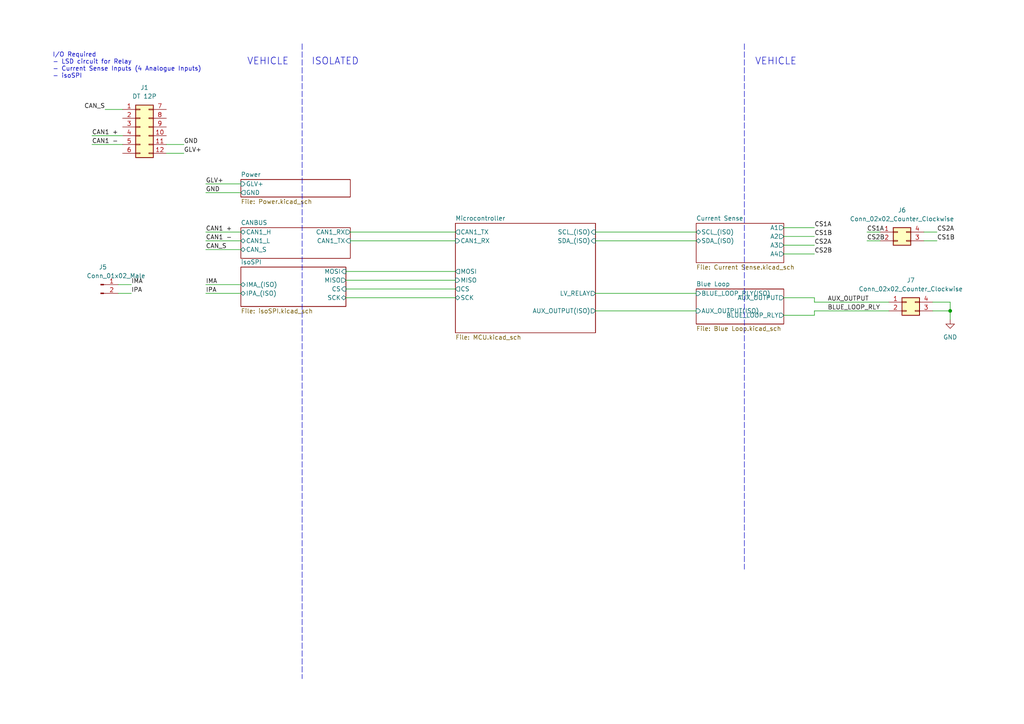
<source format=kicad_sch>
(kicad_sch (version 20211123) (generator eeschema)
  (paper "A4")
  (lib_symbols
    (symbol "Connector:Conn_01x02_Male" (pin_names (offset 1.016) hide)
      (property "Reference" "J" (at 0 2.54 0))
      (property "Value" "Conn_01x02_Male" (at 0 -5.08 0))
      (symbol "Conn_01x02_Male_1_1"
        (polyline (pts (xy 1.27 -2.54) (xy 0.8636 -2.54)) (stroke (width 0.1524)))
        (polyline (pts (xy 1.27 0) (xy 0.8636 0)) (stroke (width 0.1524)))
        (rectangle (start 0.8636 -2.413) (end 0 -2.667) (stroke (width 0.1524)) (fill (type outline)))
        (rectangle (start 0.8636 0.127) (end 0 -0.127) (stroke (width 0.1524)) (fill (type outline)))
        (pin passive line (at 5.08 0 180) (length 3.81) (name "Pin_1") (number "1"))
        (pin passive line (at 5.08 -2.54 180) (length 3.81) (name "Pin_2") (number "2"))
      )
    )
    (symbol "Connector_Generic:Conn_02x02_Counter_Clockwise" (pin_names (offset 1.016) hide)
      (property "Reference" "J" (at 1.27 2.54 0))
      (property "Value" "Conn_02x02_Counter_Clockwise" (at 1.27 -5.08 0))
      (symbol "Conn_02x02_Counter_Clockwise_1_1"
        (rectangle (start -1.27 -2.413) (end 0 -2.667) (stroke (width 0.1524)))
        (rectangle (start -1.27 0.127) (end 0 -0.127) (stroke (width 0.1524)))
        (rectangle (start -1.27 1.27) (end 3.81 -3.81) (stroke (width 0.254)) (fill (type background)))
        (rectangle (start 3.81 -2.413) (end 2.54 -2.667) (stroke (width 0.1524)))
        (rectangle (start 3.81 0.127) (end 2.54 -0.127) (stroke (width 0.1524)))
        (pin passive line (at -5.08 0 0) (length 3.81) (name "Pin_1") (number "1"))
        (pin passive line (at -5.08 -2.54 0) (length 3.81) (name "Pin_2") (number "2"))
        (pin passive line (at 7.62 -2.54 180) (length 3.81) (name "Pin_3") (number "3"))
        (pin passive line (at 7.62 0 180) (length 3.81) (name "Pin_4") (number "4"))
      )
    )
    (symbol "Connector_Generic:Conn_02x06_Top_Bottom" (pin_names (offset 1.016) hide)
      (property "Reference" "J" (at 1.27 7.62 0))
      (property "Value" "Conn_02x06_Top_Bottom" (at 1.27 -10.16 0))
      (symbol "Conn_02x06_Top_Bottom_1_1"
        (rectangle (start -1.27 -7.493) (end 0 -7.747) (stroke (width 0.1524)))
        (rectangle (start -1.27 -4.953) (end 0 -5.207) (stroke (width 0.1524)))
        (rectangle (start -1.27 -2.413) (end 0 -2.667) (stroke (width 0.1524)))
        (rectangle (start -1.27 0.127) (end 0 -0.127) (stroke (width 0.1524)))
        (rectangle (start -1.27 2.667) (end 0 2.413) (stroke (width 0.1524)))
        (rectangle (start -1.27 5.207) (end 0 4.953) (stroke (width 0.1524)))
        (rectangle (start -1.27 6.35) (end 3.81 -8.89) (stroke (width 0.254)) (fill (type background)))
        (rectangle (start 3.81 -7.493) (end 2.54 -7.747) (stroke (width 0.1524)))
        (rectangle (start 3.81 -4.953) (end 2.54 -5.207) (stroke (width 0.1524)))
        (rectangle (start 3.81 -2.413) (end 2.54 -2.667) (stroke (width 0.1524)))
        (rectangle (start 3.81 0.127) (end 2.54 -0.127) (stroke (width 0.1524)))
        (rectangle (start 3.81 2.667) (end 2.54 2.413) (stroke (width 0.1524)))
        (rectangle (start 3.81 5.207) (end 2.54 4.953) (stroke (width 0.1524)))
        (pin passive line (at -5.08 5.08 0) (length 3.81) (name "Pin_1") (number "1"))
        (pin passive line (at 7.62 -2.54 180) (length 3.81) (name "Pin_10") (number "10"))
        (pin passive line (at 7.62 -5.08 180) (length 3.81) (name "Pin_11") (number "11"))
        (pin passive line (at 7.62 -7.62 180) (length 3.81) (name "Pin_12") (number "12"))
        (pin passive line (at -5.08 2.54 0) (length 3.81) (name "Pin_2") (number "2"))
        (pin passive line (at -5.08 0 0) (length 3.81) (name "Pin_3") (number "3"))
        (pin passive line (at -5.08 -2.54 0) (length 3.81) (name "Pin_4") (number "4"))
        (pin passive line (at -5.08 -5.08 0) (length 3.81) (name "Pin_5") (number "5"))
        (pin passive line (at -5.08 -7.62 0) (length 3.81) (name "Pin_6") (number "6"))
        (pin passive line (at 7.62 5.08 180) (length 3.81) (name "Pin_7") (number "7"))
        (pin passive line (at 7.62 2.54 180) (length 3.81) (name "Pin_8") (number "8"))
        (pin passive line (at 7.62 0 180) (length 3.81) (name "Pin_9") (number "9"))
      )
    )
    (symbol "Custom Power:GND" (power) (pin_names (offset 0))
      (property "Value" "GND" (at 0 -3.81 0))
      (symbol "GND_0_1"
        (polyline (pts (xy 0 0) (xy 0 -1.27) (xy 1.27 -1.27) (xy 0 -2.54) (xy -1.27 -1.27) (xy 0 -1.27)))
      )
      (symbol "GND_1_1"
        (pin power_in line (at 0 0 270) (length 0) hide (name "GND") (number "1"))
      )
    )
  )
  (junction (at 275.59 90.17))
  (wire (pts (xy 267.97 69.85) (xy 271.78 69.85)))
  (wire (pts (xy 26.67 41.91) (xy 35.56 41.91)))
  (wire (pts (xy 172.72 69.85) (xy 201.93 69.85)))
  (wire (pts (xy 59.69 55.88) (xy 69.85 55.88)))
  (wire (pts (xy 236.22 90.17) (xy 257.81 90.17)))
  (wire (pts (xy 100.33 86.36) (xy 132.08 86.36)))
  (wire (pts (xy 30.48 31.75) (xy 35.56 31.75)))
  (wire (pts (xy 236.22 87.63) (xy 257.81 87.63)))
  (wire (pts (xy 227.33 66.04) (xy 236.22 66.04)))
  (wire (pts (xy 227.33 71.12) (xy 236.22 71.12)))
  (wire (pts (xy 270.51 87.63) (xy 275.59 87.63)))
  (wire (pts (xy 48.26 41.91) (xy 53.34 41.91)))
  (wire (pts (xy 275.59 87.63) (xy 275.59 90.17)))
  (wire (pts (xy 172.72 90.17) (xy 201.93 90.17)))
  (wire (pts (xy 59.69 85.09) (xy 69.85 85.09)))
  (wire (pts (xy 251.46 69.85) (xy 255.27 69.85)))
  (wire (pts (xy 267.97 67.31) (xy 271.78 67.31)))
  (wire (pts (xy 227.33 91.44) (xy 236.22 91.44)))
  (wire (pts (xy 172.72 67.31) (xy 201.93 67.31)))
  (wire (pts (xy 236.22 87.63) (xy 236.22 86.36)))
  (wire (pts (xy 251.46 67.31) (xy 255.27 67.31)))
  (polyline (pts (xy 215.9 12.7) (xy 215.9 165.1)))
  (wire (pts (xy 100.33 78.74) (xy 132.08 78.74)))
  (wire (pts (xy 227.33 73.66) (xy 236.22 73.66)))
  (polyline (pts (xy 87.63 12.7) (xy 87.63 196.85)))
  (wire (pts (xy 275.59 90.17) (xy 275.59 92.71)))
  (wire (pts (xy 101.6 67.31) (xy 132.08 67.31)))
  (wire (pts (xy 59.69 82.55) (xy 69.85 82.55)))
  (wire (pts (xy 227.33 68.58) (xy 236.22 68.58)))
  (wire (pts (xy 100.33 83.82) (xy 132.08 83.82)))
  (wire (pts (xy 38.1 82.55) (xy 34.29 82.55)))
  (wire (pts (xy 59.69 53.34) (xy 69.85 53.34)))
  (wire (pts (xy 59.69 72.39) (xy 69.85 72.39)))
  (wire (pts (xy 172.72 85.09) (xy 201.93 85.09)))
  (wire (pts (xy 236.22 91.44) (xy 236.22 90.17)))
  (wire (pts (xy 26.67 39.37) (xy 35.56 39.37)))
  (wire (pts (xy 38.1 85.09) (xy 34.29 85.09)))
  (wire (pts (xy 100.33 81.28) (xy 132.08 81.28)))
  (wire (pts (xy 236.22 86.36) (xy 227.33 86.36)))
  (wire (pts (xy 101.6 69.85) (xy 132.08 69.85)))
  (wire (pts (xy 59.69 69.85) (xy 69.85 69.85)))
  (wire (pts (xy 270.51 90.17) (xy 275.59 90.17)))
  (wire (pts (xy 59.69 67.31) (xy 69.85 67.31)))
  (wire (pts (xy 48.26 44.45) (xy 53.34 44.45)))
  (text "I/O Required\n- LSD circuit for Relay\n- Current Sense Inputs (4 Analogue Inputs)\n- isoSPI" (at 15.24 22.86 0) (effects (font (size 1.27 1.27)) (justify left bottom)))
  (text "VEHICLE" (at 83.82 19.05 180) (effects (font (size 2 2)) (justify right bottom)))
  (text "VEHICLE" (at 231.14 19.05 180) (effects (font (size 2 2)) (justify right bottom)))
  (text "ISOLATED" (at 104.14 19.05 180) (effects (font (size 2 2)) (justify right bottom)))
  (label "CS2B" (at 236.22 73.66 0))
  (label "CS1B" (at 236.22 68.58 0))
  (label "CS2A" (at 236.22 71.12 0))
  (label "AUX_OUTPUT" (at 240.03 87.63 0))
  (label "BLUE_LOOP_RLY" (at 240.03 90.17 0))
  (label "CS1A" (at 236.22 66.04 0))
  (label "IPA" (at 38.1 85.09 0))
  (label "IMA" (at 59.69 82.55 0))
  (label "IMA" (at 38.1 82.55 0))
  (label "CAN_S" (at 30.48 31.75 180))
  (label "GLV+" (at 59.69 53.34 0))
  (label "CS1A" (at 251.46 67.31 0))
  (label "CAN1 -" (at 59.69 69.85 0))
  (label "CS2B" (at 251.46 69.85 0))
  (label "CS2A" (at 271.78 67.31 0))
  (label "CS1B" (at 271.78 69.85 0))
  (label "CAN_S" (at 59.69 72.39 0))
  (label "GND" (at 53.34 41.91 0))
  (label "CAN1 +" (at 59.69 67.31 0))
  (label "CAN1 -" (at 26.67 41.91 0))
  (label "IPA" (at 59.69 85.09 0))
  (label "GND" (at 59.69 55.88 0))
  (label "CAN1 +" (at 26.67 39.37 0))
  (label "GLV+" (at 53.34 44.45 0))
  (symbol (lib_id "Connector_Generic:Conn_02x02_Counter_Clockwise") (at 262.89 87.63 0) (unit 1)
    (property "Reference" "J7" (at 264.16 81.28 0))
    (property "Value" "Conn_02x02_Counter_Clockwise" (at 264.16 83.82 0))
    (property "Footprint" "Connector_Molex:Molex_Mini-Fit_Jr_5566-04A_2x02_P4.20mm_Vertical" (effects hide))
  )
  (symbol (lib_id "Connector_Generic:Conn_02x02_Counter_Clockwise") (at 260.35 67.31 0) (unit 1)
    (property "Reference" "J6" (at 261.62 60.96 0))
    (property "Value" "Conn_02x02_Counter_Clockwise" (at 261.62 63.5 0))
    (property "Footprint" "Connector_Molex:Molex_Mini-Fit_Jr_5566-04A_2x02_P4.20mm_Vertical" (effects hide))
  )
  (symbol (lib_id "Connector_Generic:Conn_02x06_Top_Bottom") (at 40.64 36.83 0) (unit 1)
    (property "Reference" "J1" (at 41.91 25.4 0))
    (property "Value" "DT 12P" (at 41.91 27.94 0))
    (property "Footprint" "BMS_Library:DT12-PCB PIN" (effects hide))
  )
  (symbol (lib_id "Connector:Conn_01x02_Male") (at 29.21 82.55 0) (unit 1)
    (property "Reference" "J5" (at 29.845 77.47 0))
    (property "Value" "Conn_01x02_Male" (at 33.655 80.01 0))
    (property "Footprint" "Connector_Molex:Molex_Mini-Fit_Jr_5566-02A_2x01_P4.20mm_Vertical" (effects hide))
  )
  (symbol (lib_id "Custom Power:GND") (at 275.59 92.71 0) (unit 1)
    (property "Reference" "#PWR0179" (effects hide))
    (property "Value" "GND" (at 275.59 97.79 0))
  )
  (sheet (at 201.93 64.77) (size 25.4 11.43) (stroke (width 0.1524))
    (property "Sheet name" "Current Sense" (at 201.93 64.0584 0) (effects (justify left bottom)))
    (property "Sheet file" "Current Sense.kicad_sch" (at 201.93 76.7846 0) (effects (justify left top)))
    (pin "SCL_(ISO)" bidirectional (at 201.93 67.31 180))
    (pin "SDA_(ISO)" bidirectional (at 201.93 69.85 180))
    (pin "A1" output (at 227.33 66.04 0))
    (pin "A3" output (at 227.33 71.12 0))
    (pin "A2" output (at 227.33 68.58 0))
    (pin "A4" output (at 227.33 73.66 0))
  )
  (sheet (at 201.93 83.82) (size 25.4 10.16) (stroke (width 0.1524))
    (property "Sheet name" "Blue Loop" (at 201.93 83.1084 0) (effects (justify left bottom)))
    (property "Sheet file" "Blue Loop.kicad_sch" (at 201.93 94.5646 0) (effects (justify left top)))
    (pin "BLUE_LOOP_RLY" output (at 227.33 91.44 0))
    (pin "BLUE_LOOP_RLY(ISO)" input (at 201.93 85.09 180))
    (pin "AUX_OUTPUT" output (at 227.33 86.36 0))
    (pin "AUX_OUTPUT(ISO)" input (at 201.93 90.17 180))
  )
  (sheet (at 69.85 52.07) (size 31.75 5.08) (stroke (width 0.1524))
    (property "Sheet name" "Power" (at 69.85 51.3584 0) (effects (justify left bottom)))
    (property "Sheet file" "Power.kicad_sch" (at 69.85 57.7346 0) (effects (justify left top)))
    (pin "GND" output (at 69.85 55.88 180))
    (pin "GLV+" input (at 69.85 53.34 180))
  )
  (sheet (at 69.85 77.47) (size 30.48 11.43) (stroke (width 0.1524))
    (property "Sheet name" "isoSPI" (at 69.85 76.7584 0) (effects (justify left bottom)))
    (property "Sheet file" "isoSPI.kicad_sch" (at 69.85 89.4846 0) (effects (justify left top)))
    (pin "IPA_(ISO)" bidirectional (at 69.85 85.09 180))
    (pin "IMA_(ISO)" bidirectional (at 69.85 82.55 180))
    (pin "SCK" bidirectional (at 100.33 86.36 0))
    (pin "CS" input (at 100.33 83.82 0))
    (pin "MISO" output (at 100.33 81.28 0))
    (pin "MOSI" input (at 100.33 78.74 0))
  )
  (sheet (at 69.85 66.04) (size 31.75 8.89) (stroke (width 0.1524))
    (property "Sheet name" "CANBUS" (at 69.85 65.3284 0) (effects (justify left bottom)))
    (property "Sheet file" "CANBUS.kicad_sch" (at 69.85 75.0066 0) (effects (font (size 0 0)) (justify left top)))
    (pin "CAN1_H" bidirectional (at 69.85 67.31 180))
    (pin "CAN_S" bidirectional (at 69.85 72.39 180))
    (pin "CAN1_L" bidirectional (at 69.85 69.85 180))
    (pin "CAN1_RX" output (at 101.6 67.31 0))
    (pin "CAN1_TX" input (at 101.6 69.85 0))
  )
  (sheet (at 132.08 64.77) (size 40.64 31.75) (stroke (width 0.1524))
    (property "Sheet name" "Microcontroller" (at 132.08 64.0584 0) (effects (justify left bottom)))
    (property "Sheet file" "MCU.kicad_sch" (at 132.08 97.1046 0) (effects (justify left top)))
    (pin "MOSI" output (at 132.08 78.74 180))
    (pin "SCK" bidirectional (at 132.08 86.36 180))
    (pin "MISO" input (at 132.08 81.28 180))
    (pin "CAN1_TX" output (at 132.08 67.31 180))
    (pin "CS" output (at 132.08 83.82 180))
    (pin "CAN1_RX" input (at 132.08 69.85 180))
    (pin "SCL_(ISO)" input (at 172.72 67.31 0))
    (pin "SDA_(ISO)" input (at 172.72 69.85 0))
    (pin "LV_RELAY" output (at 172.72 85.09 0))
    (pin "AUX_OUTPUT(ISO)" output (at 172.72 90.17 0))
  )
)
</source>
